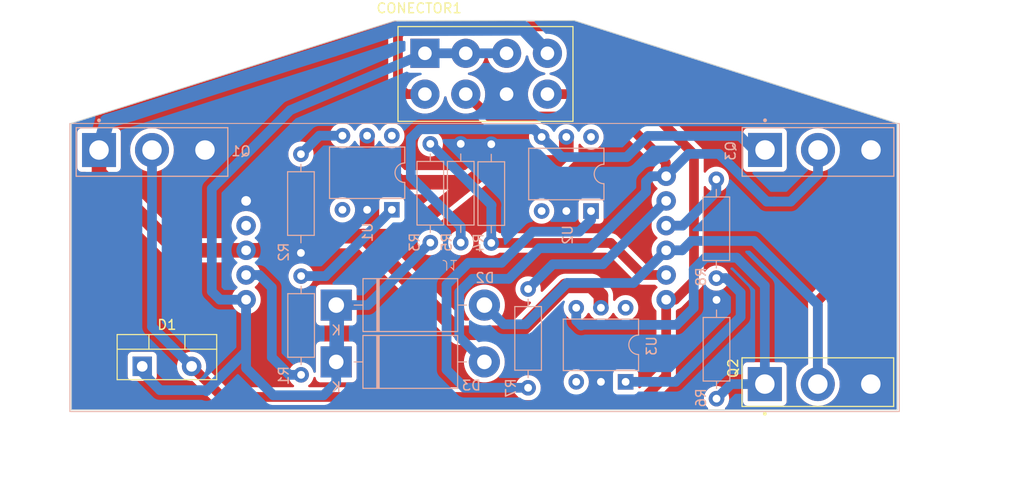
<source format=kicad_pcb>
(kicad_pcb (version 20221018) (generator pcbnew)
  (layers (0 "F.Cu" signal) (31 "B.Cu" signal) (34 "B.Paste" user) (35 "F.Paste" user) (36 "B.SilkS" user "B.Silkscreen") (37 "F.SilkS" user "F.Silkscreen") (38 "B.Mask" user) (39 "F.Mask" user) (44 "Edge.Cuts" user))
  (net 0 "")
  (net 7 "CAP1+")
  (net 8 "SOLENOIDE1_2")
  (net 9 "PWM_carregamento")
  (net 10 "18V")
  (net 12 "ADC_Chute")
  (net 13 "DISPARO NORMAL")
  (net 14 "DISPARO CHIP KICK")
  (net 15 "SOLENOIDE2_2")
  (net 16 "Net-(Q2-Pad1)")
  (net 17 "Net-(Q3-Pad1)")
  (net 18 "Net-(R2-Pad2)")
  (net 19 "Net-(R7-Pad2)")
  (net 20 "INDUTOR1_2")
  (net 21 "GND")
  (net 22 "Net-(R1-Pad2)")
  (net 23 "Net-(R8-Pad2)")
  (footprint "Package_TO_SOT_THT:TO-220-2_Vertical" (layer "F.Cu") (at 134.545 108.775)
    (fp_text reference "D1" (at 2.54 -4.27) (layer "F.SilkS"))
    (fp_text value "BYV79-200")
    (fp_line (start -2.58 -3.27) (end -2.58 1.371) (stroke (width 0.12)) (layer "F.SilkS"))
    (fp_line (start -2.58 -3.27) (end 7.66 -3.27) (stroke (width 0.12)) (layer "F.SilkS"))
    (fp_line (start -2.58 -1.76) (end 7.66 -1.76) (stroke (width 0.12)) (layer "F.SilkS"))
    (fp_line (start -2.58 1.371) (end 7.66 1.371) (stroke (width 0.12)) (layer "F.SilkS"))
    (fp_line (start 0.69 -3.27) (end 0.69 -1.76) (stroke (width 0.12)) (layer "F.SilkS"))
    (fp_line (start 4.391 -3.27) (end 4.391 -1.76) (stroke (width 0.12)) (layer "F.SilkS"))
    (fp_line (start 7.66 -3.27) (end 7.66 1.371) (stroke (width 0.12)) (layer "F.SilkS"))
    (pad "1" thru_hole rect (at 0 0) (size 2 2) (drill 1.1) (layers "*.Cu" "*.Mask") (net 7 "CAP1+"))
    (pad "2" thru_hole oval (at 5.08 0) (size 2 2) (drill 1.1) (layers "*.Cu" "*.Mask") (net 20 "INDUTOR1_2"))
  )
  (footprint "Maraca:TE_1586037-8b" (layer "F.Cu") (at 163.625 76.575)
    (fp_text reference "CONECTOR1" (at -0.595 -4.635) (layer "F.SilkS"))
    (fp_text value "CONECTOR1")
    (fp_line (start -2.77 7) (end -2.77 -2.75) (stroke (width 0.127)) (layer "F.SilkS"))
    (fp_line (start 15.23 -2.75) (end -2.77 -2.75) (stroke (width 0.127)) (layer "F.SilkS"))
    (fp_line (start 15.23 -2.75) (end 15.23 7) (stroke (width 0.127)) (layer "F.SilkS"))
    (fp_line (start 15.23 7) (end -2.77 7) (stroke (width 0.127)) (layer "F.SilkS"))
    (pad "1" thru_hole rect (at 0 0) (size 3 3) (drill 1.4) (layers "*.Cu" "*.Mask") (net 7 "CAP1+"))
    (pad "2" thru_hole circle (at 4.2 0) (size 3 3) (drill 1.4) (layers "*.Cu" "*.Mask") (net 7 "CAP1+"))
    (pad "3" thru_hole circle (at 8.4 0) (size 3 3) (drill 1.4) (layers "*.Cu" "*.Mask") (net 7 "CAP1+"))
    (pad "4" thru_hole circle (at 12.6 0) (size 3 3) (drill 1.4) (layers "*.Cu" "*.Mask") (net 10 "18V"))
    (pad "5" thru_hole circle (at 0 4.2) (size 3 3) (drill 1.4) (layers "*.Cu" "*.Mask") (net 8 "SOLENOIDE1_2"))
    (pad "6" thru_hole circle (at 4.2 4.2) (size 3 3) (drill 1.4) (layers "*.Cu" "*.Mask") (net 15 "SOLENOIDE2_2"))
    (pad "7" thru_hole circle (at 8.4 4.2) (size 3 3) (drill 1.4) (layers "*.Cu" "*.Mask") (net 21 "GND"))
    (pad "8" thru_hole circle (at 12.6 4.2) (size 3 3) (drill 1.4) (layers "*.Cu" "*.Mask") (net 20 "INDUTOR1_2"))
  )
  (footprint "Maraca:TO545P1560X500X2460-3 90d" (layer "F.Cu") (at 204.04 110.6)
    (fp_text reference "Q2" (at -8.714 -1.634 90) (layer "F.SilkS"))
    (fp_text value "IRFP260N")
    (fp_line (start -7.8 -2.7) (end 7.8 -2.7) (stroke (width 0.127)) (layer "F.SilkS"))
    (fp_line (start -7.8 2.3) (end -7.8 -2.7) (stroke (width 0.127)) (layer "F.SilkS"))
    (fp_line (start 7.8 -2.7) (end 7.8 2.3) (stroke (width 0.127)) (layer "F.SilkS"))
    (fp_line (start 7.8 2.3) (end -7.8 2.3) (stroke (width 0.127)) (layer "F.SilkS"))
    (fp_circle (center -5.45 3.05) (end -5.35 3.05) (stroke (width 0.2)) (fill none) (layer "F.SilkS"))
    (pad "1" thru_hole rect (at -5.45 0) (size 3.5 3.5) (drill 2) (layers "*.Cu" "*.Mask") (net 16 "Net-(Q2-Pad1)"))
    (pad "2" thru_hole circle (at 0 0) (size 3.5 3.5) (drill 2) (layers "*.Cu" "*.Mask") (net 8 "SOLENOIDE1_2"))
    (pad "3" thru_hole circle (at 5.45 0) (size 3.5 3.5) (drill 2) (layers "*.Cu" "*.Mask") (net 21 "GND"))
  )
  (footprint "Resistor_THT:R_Axial_DIN0207_L6.3mm_D2.5mm_P10.16mm_Horizontal" (layer "B.Cu") (at 150.89 109.65 90)
    (fp_text reference "R1" (at -0.078 -1.792 90) (layer "B.SilkS") (effects (justify mirror)))
    (fp_text value "220")
    (fp_line (start 1.04 0) (end 1.81 0) (stroke (width 0.12)) (layer "B.SilkS"))
    (fp_line (start 1.81 -1.37) (end 8.35 -1.37) (stroke (width 0.12)) (layer "B.SilkS"))
    (fp_line (start 1.81 1.37) (end 1.81 -1.37) (stroke (width 0.12)) (layer "B.SilkS"))
    (fp_line (start 8.35 -1.37) (end 8.35 1.37) (stroke (width 0.12)) (layer "B.SilkS"))
    (fp_line (start 8.35 1.37) (end 1.81 1.37) (stroke (width 0.12)) (layer "B.SilkS"))
    (fp_line (start 9.12 0) (end 8.35 0) (stroke (width 0.12)) (layer "B.SilkS"))
    (pad "1" thru_hole circle (at 0 0 90) (size 1.6 1.6) (drill 0.8) (layers "*.Cu" "*.Mask") (net 9 "PWM_carregamento"))
    (pad "2" thru_hole oval (at 10.16 0 90) (size 1.6 1.6) (drill 0.8) (layers "*.Cu" "*.Mask") (net 22 "Net-(R1-Pad2)"))
  )
  (footprint "Package_DIP:DIP-6_W7.62mm" (layer "B.Cu") (at 180.71 92.8 90)
    (fp_text reference "U2" (at -2.45 -2.402 90) (layer "B.SilkS") (effects (justify mirror)))
    (fp_text value "OPTO DISPARO KICK")
    (fp_line (start 1.16 -6.41) (end 6.46 -6.41) (stroke (width 0.12)) (layer "B.SilkS"))
    (fp_line (start 1.16 1.33) (end 1.16 -6.41) (stroke (width 0.12)) (layer "B.SilkS"))
    (fp_line (start 2.81 1.33) (end 1.16 1.33) (stroke (width 0.12)) (layer "B.SilkS"))
    (fp_line (start 6.46 -6.41) (end 6.46 1.33) (stroke (width 0.12)) (layer "B.SilkS"))
    (fp_line (start 6.46 1.33) (end 4.81 1.33) (stroke (width 0.12)) (layer "B.SilkS"))
    (fp_arc (start 2.81 1.33) (mid 3.81 0.33) (end 4.81 1.33) (stroke (width 0.12)) (layer "B.SilkS"))
    (pad "1" thru_hole rect (at 0 0 90) (size 1.6 1.6) (drill 0.8) (layers "*.Cu" "*.Mask") (net 19 "Net-(R7-Pad2)"))
    (pad "2" thru_hole oval (at 0 -2.54 90) (size 1.6 1.6) (drill 0.8) (layers "*.Cu" "*.Mask") (net 21 "GND"))
    (pad "3" thru_hole oval (at 0 -5.08 90) (size 1.6 1.6) (drill 0.8) (layers "*.Cu" "*.Mask"))
    (pad "4" thru_hole oval (at 7.62 -5.08 90) (size 1.6 1.6) (drill 0.8) (layers "*.Cu" "*.Mask") (net 17 "Net-(Q3-Pad1)"))
    (pad "5" thru_hole oval (at 7.62 -2.54 90) (size 1.6 1.6) (drill 0.8) (layers "*.Cu" "*.Mask") (net 10 "18V"))
    (pad "6" thru_hole oval (at 7.62 0 90) (size 1.6 1.6) (drill 0.8) (layers "*.Cu" "*.Mask"))
  )
  (footprint "Resistor_THT:R_Axial_DIN0207_L6.3mm_D2.5mm_P10.16mm_Horizontal" (layer "B.Cu") (at 193.6 89.54 -90)
    (fp_text reference "R8" (at 10.028 1.576 90) (layer "B.SilkS") (effects (justify mirror)))
    (fp_text value "220")
    (fp_line (start 1.04 0) (end 1.81 0) (stroke (width 0.12)) (layer "B.SilkS"))
    (fp_line (start 1.81 -1.37) (end 8.35 -1.37) (stroke (width 0.12)) (layer "B.SilkS"))
    (fp_line (start 1.81 1.37) (end 1.81 -1.37) (stroke (width 0.12)) (layer "B.SilkS"))
    (fp_line (start 8.35 -1.37) (end 8.35 1.37) (stroke (width 0.12)) (layer "B.SilkS"))
    (fp_line (start 8.35 1.37) (end 1.81 1.37) (stroke (width 0.12)) (layer "B.SilkS"))
    (fp_line (start 9.12 0) (end 8.35 0) (stroke (width 0.12)) (layer "B.SilkS"))
    (pad "1" thru_hole circle (at 0 0 270) (size 1.6 1.6) (drill 0.8) (layers "*.Cu" "*.Mask") (net 13 "DISPARO NORMAL"))
    (pad "2" thru_hole oval (at 10.16 0 270) (size 1.6 1.6) (drill 0.8) (layers "*.Cu" "*.Mask") (net 23 "Net-(R8-Pad2)"))
  )
  (footprint "Resistor_THT:R_Axial_DIN0207_L6.3mm_D2.5mm_P10.16mm_Horizontal" (layer "B.Cu") (at 174.24 100.82 -90)
    (fp_text reference "R7" (at 10.178 1.774 90) (layer "B.SilkS") (effects (justify mirror)))
    (fp_text value "220")
    (fp_line (start 1.04 0) (end 1.81 0) (stroke (width 0.12)) (layer "B.SilkS"))
    (fp_line (start 1.81 -1.37) (end 8.35 -1.37) (stroke (width 0.12)) (layer "B.SilkS"))
    (fp_line (start 1.81 1.37) (end 1.81 -1.37) (stroke (width 0.12)) (layer "B.SilkS"))
    (fp_line (start 8.35 -1.37) (end 8.35 1.37) (stroke (width 0.12)) (layer "B.SilkS"))
    (fp_line (start 8.35 1.37) (end 1.81 1.37) (stroke (width 0.12)) (layer "B.SilkS"))
    (fp_line (start 9.12 0) (end 8.35 0) (stroke (width 0.12)) (layer "B.SilkS"))
    (pad "1" thru_hole circle (at 0 0 270) (size 1.6 1.6) (drill 0.8) (layers "*.Cu" "*.Mask") (net 14 "DISPARO CHIP KICK"))
    (pad "2" thru_hole oval (at 10.16 0 270) (size 1.6 1.6) (drill 0.8) (layers "*.Cu" "*.Mask") (net 19 "Net-(R7-Pad2)"))
  )
  (footprint "Resistor_THT:R_Axial_DIN0207_L6.3mm_D2.5mm_P10.16mm_Horizontal" (layer "B.Cu") (at 170.45 96.085 90)
    (fp_text reference "R4" (at 0.018 -1.316 90) (layer "B.SilkS") (effects (justify mirror)))
    (fp_text value "27k")
    (fp_line (start 1.04 0) (end 1.81 0) (stroke (width 0.12)) (layer "B.SilkS"))
    (fp_line (start 1.81 -1.37) (end 8.35 -1.37) (stroke (width 0.12)) (layer "B.SilkS"))
    (fp_line (start 1.81 1.37) (end 1.81 -1.37) (stroke (width 0.12)) (layer "B.SilkS"))
    (fp_line (start 8.35 -1.37) (end 8.35 1.37) (stroke (width 0.12)) (layer "B.SilkS"))
    (fp_line (start 8.35 1.37) (end 1.81 1.37) (stroke (width 0.12)) (layer "B.SilkS"))
    (fp_line (start 9.12 0) (end 8.35 0) (stroke (width 0.12)) (layer "B.SilkS"))
    (pad "1" thru_hole circle (at 0 0 90) (size 1.6 1.6) (drill 0.8) (layers "*.Cu" "*.Mask") (net 12 "ADC_Chute"))
    (pad "2" thru_hole oval (at 10.16 0 90) (size 1.6 1.6) (drill 0.8) (layers "*.Cu" "*.Mask") (net 21 "GND"))
  )
  (footprint "Diode_THT:D_DO-201AD_P15.24mm_Horizontal" (layer "B.Cu") (at 154.505 102.475)
    (fp_text reference "D2" (at 15.295 -2.8) (layer "B.SilkS") (effects (justify mirror)))
    (fp_text value "1N5408")
    (fp_text user "K" (at 0 2.6) (layer "B.SilkS") (effects (justify mirror)))
    (fp_line (start 1.84 0) (end 2.75 0) (stroke (width 0.12)) (layer "B.SilkS"))
    (fp_line (start 2.75 -2.72) (end 12.49 -2.72) (stroke (width 0.12)) (layer "B.SilkS"))
    (fp_line (start 2.75 2.72) (end 2.75 -2.72) (stroke (width 0.12)) (layer "B.SilkS"))
    (fp_line (start 4.175 2.72) (end 4.175 -2.72) (stroke (width 0.12)) (layer "B.SilkS"))
    (fp_line (start 4.295 2.72) (end 4.295 -2.72) (stroke (width 0.12)) (layer "B.SilkS"))
    (fp_line (start 4.415 2.72) (end 4.415 -2.72) (stroke (width 0.12)) (layer "B.SilkS"))
    (fp_line (start 12.49 -2.72) (end 12.49 2.72) (stroke (width 0.12)) (layer "B.SilkS"))
    (fp_line (start 12.49 2.72) (end 2.75 2.72) (stroke (width 0.12)) (layer "B.SilkS"))
    (fp_line (start 13.4 0) (end 12.49 0) (stroke (width 0.12)) (layer "B.SilkS"))
    (pad "1" thru_hole rect (at 0 0) (size 3.2 3.2) (drill 1.6) (layers "*.Cu" "*.Mask") (net 7 "CAP1+"))
    (pad "2" thru_hole oval (at 15.24 0) (size 3.2 3.2) (drill 1.6) (layers "*.Cu" "*.Mask") (net 8 "SOLENOIDE1_2"))
  )
  (footprint "Resistor_THT:R_Axial_DIN0207_L6.3mm_D2.5mm_P10.16mm_Horizontal" (layer "B.Cu") (at 167.31 96.05 90)
    (fp_text reference "R5" (at 0.038 -1.448 90) (layer "B.SilkS") (effects (justify mirror)))
    (fp_text value "10k")
    (fp_line (start 1.04 0) (end 1.81 0) (stroke (width 0.12)) (layer "B.SilkS"))
    (fp_line (start 1.81 -1.37) (end 8.35 -1.37) (stroke (width 0.12)) (layer "B.SilkS"))
    (fp_line (start 1.81 1.37) (end 1.81 -1.37) (stroke (width 0.12)) (layer "B.SilkS"))
    (fp_line (start 8.35 -1.37) (end 8.35 1.37) (stroke (width 0.12)) (layer "B.SilkS"))
    (fp_line (start 8.35 1.37) (end 1.81 1.37) (stroke (width 0.12)) (layer "B.SilkS"))
    (fp_line (start 9.12 0) (end 8.35 0) (stroke (width 0.12)) (layer "B.SilkS"))
    (pad "1" thru_hole circle (at 0 0 90) (size 1.6 1.6) (drill 0.8) (layers "*.Cu" "*.Mask") (net 17 "Net-(Q3-Pad1)"))
    (pad "2" thru_hole oval (at 10.16 0 90) (size 1.6 1.6) (drill 0.8) (layers "*.Cu" "*.Mask") (net 21 "GND"))
  )
  (footprint "Maraca:TO545P1560X500X2460-3 90d" (layer "B.Cu") (at 135.55 86.525)
    (fp_text reference "Q1" (at 9.156 0.124) (layer "B.SilkS") (effects (justify mirror)))
    (fp_text value "IRFP260N")
    (fp_line (start -7.8 -2.3) (end -7.8 2.7) (stroke (width 0.127)) (layer "B.SilkS"))
    (fp_line (start -7.8 2.7) (end 7.8 2.7) (stroke (width 0.127)) (layer "B.SilkS"))
    (fp_line (start 7.8 -2.3) (end -7.8 -2.3) (stroke (width 0.127)) (layer "B.SilkS"))
    (fp_line (start 7.8 2.7) (end 7.8 -2.3) (stroke (width 0.127)) (layer "B.SilkS"))
    (fp_circle (center -5.45 -3.05) (end -5.35 -3.05) (stroke (width 0.2)) (fill none) (layer "B.SilkS"))
    (pad "1" thru_hole rect (at -5.45 0) (size 3.5 3.5) (drill 2) (layers "*.Cu" "*.Mask") (net 10 "18V"))
    (pad "2" thru_hole circle (at 0 0) (size 3.5 3.5) (drill 2) (layers "*.Cu" "*.Mask") (net 20 "INDUTOR1_2"))
    (pad "3" thru_hole circle (at 5.45 0) (size 3.5 3.5) (drill 2) (layers "*.Cu" "*.Mask") (net 21 "GND"))
  )
  (footprint "Maraca:TO545P1560X500X2460-3 90d" (layer "B.Cu") (at 204.06 86.5175)
    (fp_text reference "Q3" (at -8.988 0.0965 90) (layer "B.SilkS") (effects (justify mirror)))
    (fp_text value "IRFP260N")
    (fp_line (start -7.8 -2.3) (end -7.8 2.7) (stroke (width 0.127)) (layer "B.SilkS"))
    (fp_line (start -7.8 2.7) (end 7.8 2.7) (stroke (width 0.127)) (layer "B.SilkS"))
    (fp_line (start 7.8 -2.3) (end -7.8 -2.3) (stroke (width 0.127)) (layer "B.SilkS"))
    (fp_line (start 7.8 2.7) (end 7.8 -2.3) (stroke (width 0.127)) (layer "B.SilkS"))
    (fp_circle (center -5.45 -3.05) (end -5.35 -3.05) (stroke (width 0.2)) (fill none) (layer "B.SilkS"))
    (pad "1" thru_hole rect (at -5.45 0) (size 3.5 3.5) (drill 2) (layers "*.Cu" "*.Mask") (net 17 "Net-(Q3-Pad1)"))
    (pad "2" thru_hole circle (at 0 0) (size 3.5 3.5) (drill 2) (layers "*.Cu" "*.Mask") (net 15 "SOLENOIDE2_2"))
    (pad "3" thru_hole circle (at 5.45 0 358) (size 3.5 3.5) (drill 2) (layers "*.Cu" "*.Mask") (net 21 "GND"))
  )
  (footprint "Package_DIP:DIP-6_W7.62mm" (layer "B.Cu") (at 184.27 110.37 90)
    (fp_text reference "U3" (at 3.69 2.674 90) (layer "B.SilkS") (effects (justify mirror)))
    (fp_text value "OPTO DISPARO")
    (fp_line (start 1.16 -6.41) (end 6.46 -6.41) (stroke (width 0.12)) (layer "B.SilkS"))
    (fp_line (start 1.16 1.33) (end 1.16 -6.41) (stroke (width 0.12)) (layer "B.SilkS"))
    (fp_line (start 2.81 1.33) (end 1.16 1.33) (stroke (width 0.12)) (layer "B.SilkS"))
    (fp_line (start 6.46 -6.41) (end 6.46 1.33) (stroke (width 0.12)) (layer "B.SilkS"))
    (fp_line (start 6.46 1.33) (end 4.81 1.33) (stroke (width 0.12)) (layer "B.SilkS"))
    (fp_arc (start 2.81 1.33) (mid 3.81 0.33) (end 4.81 1.33) (stroke (width 0.12)) (layer "B.SilkS"))
    (pad "1" thru_hole rect (at 0 0 90) (size 1.6 1.6) (drill 0.8) (layers "*.Cu" "*.Mask") (net 23 "Net-(R8-Pad2)"))
    (pad "2" thru_hole oval (at 0 -2.54 90) (size 1.6 1.6) (drill 0.8) (layers "*.Cu" "*.Mask") (net 21 "GND"))
    (pad "3" thru_hole oval (at 0 -5.08 90) (size 1.6 1.6) (drill 0.8) (layers "*.Cu" "*.Mask"))
    (pad "4" thru_hole oval (at 7.62 -5.08 90) (size 1.6 1.6) (drill 0.8) (layers "*.Cu" "*.Mask") (net 16 "Net-(Q2-Pad1)"))
    (pad "5" thru_hole oval (at 7.62 -2.54 90) (size 1.6 1.6) (drill 0.8) (layers "*.Cu" "*.Mask") (net 10 "18V"))
    (pad "6" thru_hole oval (at 7.62 0 90) (size 1.6 1.6) (drill 0.8) (layers "*.Cu" "*.Mask"))
  )
  (footprint "Package_DIP:DIP-6_W7.62mm" (layer "B.Cu") (at 160.22 92.67 90)
    (fp_text reference "U1" (at -2.326 -2.486 90) (layer "B.SilkS") (effects (justify mirror)))
    (fp_text value "OPTO PWM")
    (fp_line (start 1.16 -6.41) (end 6.46 -6.41) (stroke (width 0.12)) (layer "B.SilkS"))
    (fp_line (start 1.16 1.33) (end 1.16 -6.41) (stroke (width 0.12)) (layer "B.SilkS"))
    (fp_line (start 2.81 1.33) (end 1.16 1.33) (stroke (width 0.12)) (layer "B.SilkS"))
    (fp_line (start 6.46 -6.41) (end 6.46 1.33) (stroke (width 0.12)) (layer "B.SilkS"))
    (fp_line (start 6.46 1.33) (end 4.81 1.33) (stroke (width 0.12)) (layer "B.SilkS"))
    (fp_arc (start 2.81 1.33) (mid 3.81 0.33) (end 4.81 1.33) (stroke (width 0.12)) (layer "B.SilkS"))
    (pad "1" thru_hole rect (at 0 0 90) (size 1.6 1.6) (drill 0.8) (layers "*.Cu" "*.Mask") (net 22 "Net-(R1-Pad2)"))
    (pad "2" thru_hole oval (at 0 -2.54 90) (size 1.6 1.6) (drill 0.8) (layers "*.Cu" "*.Mask") (net 21 "GND"))
    (pad "3" thru_hole oval (at 0 -5.08 90) (size 1.6 1.6) (drill 0.8) (layers "*.Cu" "*.Mask"))
    (pad "4" thru_hole oval (at 7.62 -5.08 90) (size 1.6 1.6) (drill 0.8) (layers "*.Cu" "*.Mask") (net 18 "Net-(R2-Pad2)"))
    (pad "5" thru_hole oval (at 7.62 -2.54 90) (size 1.6 1.6) (drill 0.8) (layers "*.Cu" "*.Mask") (net 10 "18V"))
    (pad "6" thru_hole oval (at 7.62 0 90) (size 1.6 1.6) (drill 0.8) (layers "*.Cu" "*.Mask"))
  )
  (footprint "Resistor_THT:R_Axial_DIN0207_L6.3mm_D2.5mm_P10.16mm_Horizontal" (layer "B.Cu") (at 150.87 97.11 90)
    (fp_text reference "R2" (at 0.082 -1.772 90) (layer "B.SilkS") (effects (justify mirror)))
    (fp_text value "10k")
    (fp_line (start 1.04 0) (end 1.81 0) (stroke (width 0.12)) (layer "B.SilkS"))
    (fp_line (start 1.81 -1.37) (end 8.35 -1.37) (stroke (width 0.12)) (layer "B.SilkS"))
    (fp_line (start 1.81 1.37) (end 1.81 -1.37) (stroke (width 0.12)) (layer "B.SilkS"))
    (fp_line (start 8.35 -1.37) (end 8.35 1.37) (stroke (width 0.12)) (layer "B.SilkS"))
    (fp_line (start 8.35 1.37) (end 1.81 1.37) (stroke (width 0.12)) (layer "B.SilkS"))
    (fp_line (start 9.12 0) (end 8.35 0) (stroke (width 0.12)) (layer "B.SilkS"))
    (pad "1" thru_hole circle (at 0 0 90) (size 1.6 1.6) (drill 0.8) (layers "*.Cu" "*.Mask") (net 21 "GND"))
    (pad "2" thru_hole oval (at 10.16 0 90) (size 1.6 1.6) (drill 0.8) (layers "*.Cu" "*.Mask") (net 18 "Net-(R2-Pad2)"))
  )
  (footprint "Maraca:Conn_2x11_Maraca_Chute" (layer "B.Cu") (at 166.89 96.88)
    (fp_text reference "J1" (at -0.69 1.46 180 unlocked) (layer "B.SilkS") (effects (font (thickness 0.1)) (justify mirror)))
    (fp_text value "Conn_02x11_Pin_Maraca")
    (fp_rect (start -39.79 16.55) (end 45.53 -13.09) (stroke (width 0.1)) (fill none) (layer "B.SilkS"))
    (pad "1" thru_hole circle (at -21.66 5.04) (size 2 2) (drill 1) (layers "*.Cu" "*.Mask") (net 7 "CAP1+"))
    (pad "2" thru_hole circle (at -21.66 2.5) (size 2 2) (drill 1) (layers "*.Cu" "*.Mask") (net 9 "PWM_carregamento"))
    (pad "3" thru_hole circle (at -21.66 -0.04) (size 2 2) (drill 1) (layers "*.Cu" "*.Mask") (net 10 "18V"))
    (pad "4" thru_hole circle (at -21.66 -2.58) (size 2 2) (drill 1) (layers "*.Cu" "*.Mask"))
    (pad "5" thru_hole circle (at -21.66 -5.12) (size 2 2) (drill 1) (layers "*.Cu" "*.Mask") (net 21 "GND"))
    (pad "6" thru_hole circle (at 21.55 5.04) (size 2 2) (drill 1) (layers "*.Cu" "*.Mask") (net 20 "INDUTOR1_2"))
    (pad "7" thru_hole circle (at 21.55 2.5) (size 2 2) (drill 1) (layers "*.Cu" "*.Mask") (net 12 "ADC_Chute"))
    (pad "8" thru_hole circle (at 21.55 -0.04) (size 2 2) (drill 1) (layers "*.Cu" "*.Mask") (net 8 "SOLENOIDE1_2"))
    (pad "9" thru_hole circle (at 21.55 -2.58) (size 2 2) (drill 1) (layers "*.Cu" "*.Mask") (net 13 "DISPARO NORMAL"))
    (pad "10" thru_hole circle (at 21.55 -5.12) (size 2 2) (drill 1) (layers "*.Cu" "*.Mask") (net 14 "DISPARO CHIP KICK"))
    (pad "11" thru_hole circle (at 21.55 -7.66) (size 2 2) (drill 1) (layers "*.Cu" "*.Mask") (net 15 "SOLENOIDE2_2"))
  )
  (footprint "Diode_THT:D_DO-201AD_P15.24mm_Horizontal" (layer "B.Cu") (at 154.5 108.32)
    (fp_text reference "D3" (at 13.902 2.424) (layer "B.SilkS") (effects (justify mirror)))
    (fp_text value "1N5408")
    (fp_text user "K" (at 0 2.6) (layer "B.SilkS") (effects (justify mirror)))
    (fp_line (start 1.84 0) (end 2.75 0) (stroke (width 0.12)) (layer "B.SilkS"))
    (fp_line (start 2.75 -2.72) (end 12.49 -2.72) (stroke (width 0.12)) (layer "B.SilkS"))
    (fp_line (start 2.75 2.72) (end 2.75 -2.72) (stroke (width 0.12)) (layer "B.SilkS"))
    (fp_line (start 4.175 2.72) (end 4.175 -2.72) (stroke (width 0.12)) (layer "B.SilkS"))
    (fp_line (start 4.295 2.72) (end 4.295 -2.72) (stroke (width 0.12)) (layer "B.SilkS"))
    (fp_line (start 4.415 2.72) (end 4.415 -2.72) (stroke (width 0.12)) (layer "B.SilkS"))
    (fp_line (start 12.49 -2.72) (end 12.49 2.72) (stroke (width 0.12)) (layer "B.SilkS"))
    (fp_line (start 12.49 2.72) (end 2.75 2.72) (stroke (width 0.12)) (layer "B.SilkS"))
    (fp_line (start 13.4 0) (end 12.49 0) (stroke (width 0.12)) (layer "B.SilkS"))
    (pad "1" thru_hole rect (at 0 0) (size 3.2 3.2) (drill 1.5) (layers "*.Cu" "*.Mask") (net 7 "CAP1+"))
    (pad "2" thru_hole oval (at 15.24 0) (size 3.2 3.2) (drill 1.5) (layers "*.Cu" "*.Mask") (net 15 "SOLENOIDE2_2"))
  )
  (footprint "Resistor_THT:R_Axial_DIN0207_L6.3mm_D2.5mm_P10.16mm_Horizontal" (layer "B.Cu") (at 193.62 112.1 90)
    (fp_text reference "R6" (at 0.086 -1.596 90) (layer "B.SilkS") (effects (justify mirror)))
    (fp_text value "10k")
    (fp_line (start 1.04 0) (end 1.81 0) (stroke (width 0.12)) (layer "B.SilkS"))
    (fp_line (start 1.81 -1.37) (end 8.35 -1.37) (stroke (width 0.12)) (layer "B.SilkS"))
    (fp_line (start 1.81 1.37) (end 1.81 -1.37) (stroke (width 0.12)) (layer "B.SilkS"))
    (fp_line (start 8.35 -1.37) (end 8.35 1.37) (stroke (width 0.12)) (layer "B.SilkS"))
    (fp_line (start 8.35 1.37) (end 1.81 1.37) (stroke (width 0.12)) (layer "B.SilkS"))
    (fp_line (start 9.12 0) (end 8.35 0) (stroke (width 0.12)) (layer "B.SilkS"))
    (pad "1" thru_hole circle (at 0 0 90) (size 1.6 1.6) (drill 0.8) (layers "*.Cu" "*.Mask") (net 16 "Net-(Q2-Pad1)"))
    (pad "2" thru_hole oval (at 10.16 0 90) (size 1.6 1.6) (drill 0.8) (layers "*.Cu" "*.Mask") (net 21 "GND"))
  )
  (footprint "Resistor_THT:R_Axial_DIN0207_L6.3mm_D2.5mm_P10.16mm_Horizontal" (layer "B.Cu") (at 164.18 96.05 90)
    (fp_text reference "R3" (at 0.038 -1.62 90) (layer "B.SilkS") (effects (justify mirror)))
    (fp_text value "2.2M")
    (fp_line (start 1.04 0) (end 1.81 0) (stroke (width 0.12)) (layer "B.SilkS"))
    (fp_line (start 1.81 -1.37) (end 8.35 -1.37) (stroke (width 0.12)) (layer "B.SilkS"))
    (fp_line (start 1.81 1.37) (end 1.81 -1.37) (stroke (width 0.12)) (layer "B.SilkS"))
    (fp_line (start 8.35 -1.37) (end 8.35 1.37) (stroke (width 0.12)) (layer "B.SilkS"))
    (fp_line (start 8.35 1.37) (end 1.81 1.37) (stroke (width 0.12)) (layer "B.SilkS"))
    (fp_line (start 9.12 0) (end 8.35 0) (stroke (width 0.12)) (layer "B.SilkS"))
    (pad "1" thru_hole circle (at 0 0 90) (size 1.6 1.6) (drill 0.8) (layers "*.Cu" "*.Mask") (net 7 "CAP1+"))
    (pad "2" thru_hole oval (at 10.16 0 90) (size 1.6 1.6) (drill 0.8) (layers "*.Cu" "*.Mask") (net 12 "ADC_Chute"))
  )
  (gr_line (start 179 73.2) (end 212.2 83.775) (stroke (width 0.1)) (layer "Edge.Cuts"))
  (gr_line (start 212.2 113.25) (end 127.25 113.25) (stroke (width 0.1)) (layer "Edge.Cuts"))
  (gr_line (start 127.25 113.25) (end 127.25 83.775) (stroke (width 0.1)) (layer "Edge.Cuts"))
  (gr_line (start 160.5 73.225) (end 127.25 83.775) (stroke (width 0.1)) (layer "Edge.Cuts"))
  (gr_line (start 212.2 83.775) (end 212.2 113.25) (stroke (width 0.1)) (layer "Edge.Cuts"))
  (gr_line (start 179 73.2) (end 160.5 73.225) (stroke (width 0.1)) (layer "Edge.Cuts"))
  (segment (start 163.625 76.575) (end 149.775 82.425) (width 1) (layer "B.Cu") (net 7))
  (segment (start 141.15 111.325) (end 145.23 107.245) (width 1) (layer "B.Cu") (net 7))
  (segment (start 141.05 111.225) (end 141.15 111.325) (width 1) (layer "B.Cu") (net 7))
  (segment (start 134.545 109.395) (end 136.375 111.225) (width 1) (layer "B.Cu") (net 7))
  (segment (start 141.7 101.075) (end 142.545 101.92) (width 1) (layer "B.Cu") (net 7))
  (segment (start 142.545 101.92) (end 145.23 101.92) (width 1) (layer "B.Cu") (net 7))
  (segment (start 172.025 76.575) (end 167.825 76.575) (width 1) (layer "B.Cu") (net 7))
  (segment (start 154.505 102.475) (end 157.755 102.475) (width 1) (layer "B.Cu") (net 7))
  (segment (start 153.2 111.75) (end 154.5 110.45) (width 1) (layer "B.Cu") (net 7))
  (segment (start 145.23 101.92) (end 145.23 108.955) (width 1) (layer "B.Cu") (net 7))
  (segment (start 141.7 90.5) (end 141.7 101.075) (width 1) (layer "B.Cu") (net 7))
  (segment (start 148.025 111.75) (end 153.2 111.75) (width 1) (layer "B.Cu") (net 7))
  (segment (start 134.545 108.775) (end 134.545 109.395) (width 1) (layer "B.Cu") (net 7))
  (segment (start 157.755 102.475) (end 164.18 96.05) (width 1) (layer "B.Cu") (net 7))
  (segment (start 145.23 107.245) (end 145.23 101.92) (width 1) (layer "B.Cu") (net 7))
  (segment (start 154.55 102.37) (end 154.55 108.27) (width 1.5) (layer "B.Cu") (net 7))
  (segment (start 136.375 111.225) (end 141.05 111.225) (width 1) (layer "B.Cu") (net 7))
  (segment (start 167.825 76.575) (end 163.625 76.575) (width 1) (layer "B.Cu") (net 7))
  (segment (start 154.5 110.45) (end 154.5 108.32) (width 1) (layer "B.Cu") (net 7))
  (segment (start 145.23 108.955) (end 148.025 111.75) (width 1) (layer "B.Cu") (net 7))
  (segment (start 149.775 82.425) (end 141.7 90.5) (width 1) (layer "B.Cu") (net 7))
  (segment (start 154.55 108.27) (end 154.5 108.32) (width 1.5) (layer "B.Cu") (net 7))
  (segment (start 187.8 76.775) (end 193.325 78.55) (width 1) (layer "F.Cu") (net 8))
  (segment (start 182.725 75.2) (end 187.8 76.775) (width 1) (layer "F.Cu") (net 8))
  (segment (start 193.325 78.55) (end 199.825 80.6) (width 1) (layer "F.Cu") (net 8))
  (segment (start 199.825 80.6) (end 203.625 81.775) (width 1) (layer "F.Cu") (net 8))
  (segment (start 163.625 80.775) (end 161.675 80.775) (width 1) (layer "F.Cu") (net 8))
  (segment (start 161.675 80.775) (end 160.85 79.95) (width 1) (layer "F.Cu") (net 8))
  (segment (start 204.04 102.035) (end 204.04 110.6) (width 1) (layer "F.Cu") (net 8))
  (segment (start 203.625 81.775) (end 206.275 82.65) (width 1) (layer "F.Cu") (net 8))
  (segment (start 161.725 73.8) (end 178.4 73.8) (width 1) (layer "F.Cu") (net 8))
  (segment (start 206.275 82.65) (end 206.825 84.65) (width 1) (layer "F.Cu") (net 8))
  (segment (start 160.85 74.675) (end 161.725 73.8) (width 1) (layer "F.Cu") (net 8))
  (segment (start 160.85 79.95) (end 160.85 74.675) (width 1) (layer "F.Cu") (net 8))
  (segment (start 178.4 73.8) (end 182.725 75.2) (width 1) (layer "F.Cu") (net 8))
  (segment (start 206.825 99.25) (end 204.04 102.035) (width 1) (layer "F.Cu") (net 8))
  (segment (start 206.825 84.65) (end 206.825 99.25) (width 1) (layer "F.Cu") (net 8))
  (segment (start 191.05 95.875) (end 197.475 95.875) (width 1) (layer "B.Cu") (net 8))
  (segment (start 204.04 102.44) (end 204.04 110.6) (width 1) (layer "B.Cu") (net 8))
  (segment (start 171.72 104.45) (end 174 104.45) (width 1) (layer "B.Cu") (net 8))
  (segment (start 174 104.45) (end 178.25 100.2) (width 1) (layer "B.Cu") (net 8))
  (segment (start 185.08 100.2) (end 188.44 96.84) (width 1) (layer "B.Cu") (net 8))
  (segment (start 190.085 96.84) (end 191.05 95.875) (width 1) (layer "B.Cu") (net 8))
  (segment (start 178.25 100.2) (end 185.08 100.2) (width 1) (layer "B.Cu") (net 8))
  (segment (start 197.475 95.875) (end 204.04 102.44) (width 1) (layer "B.Cu") (net 8))
  (segment (start 188.44 96.84) (end 190.085 96.84) (width 1) (layer "B.Cu") (net 8))
  (segment (start 169.745 102.475) (end 171.72 104.45) (width 1) (layer "B.Cu") (net 8))
  (segment (start 147.875 100.675) (end 146.58 99.38) (width 1) (layer "B.Cu") (net 9))
  (segment (start 146.58 99.38) (end 145.23 99.38) (width 1) (layer "B.Cu") (net 9))
  (segment (start 147.875 107.85) (end 147.875 100.675) (width 1) (layer "B.Cu") (net 9))
  (segment (start 150.89 109.65) (end 149.675 109.65) (width 1) (layer "B.Cu") (net 9))
  (segment (start 149.675 109.65) (end 147.875 107.85) (width 1) (layer "B.Cu") (net 9))
  (segment (start 153.885 95.385) (end 152.825 94.325) (width 1.5) (layer "F.Cu") (net 10))
  (segment (start 168.213502 89.838502) (end 161.013502 89.838502) (width 1.5) (layer "F.Cu") (net 10))
  (segment (start 181.73 102.75) (end 181.73 101.49) (width 1.5) (layer "F.Cu") (net 10))
  (segment (start 157.275 95.385) (end 153.885 95.385) (width 1.5) (layer "F.Cu") (net 10))
  (segment (start 130.1 86.525) (end 130.1 88.85) (width 1.5) (layer "F.Cu") (net 10))
  (segment (start 152.825 94.325) (end 149.25 94.325) (width 1.5) (layer "F.Cu") (net 10))
  (segment (start 167.21 105.32) (end 157.275 95.385) (width 1.5) (layer "F.Cu") (net 10))
  (segment (start 149.25 94.325) (end 148.125 95.45) (width 1.5) (layer "F.Cu") (net 10))
  (segment (start 161.345 95.385) (end 161.48 95.25) (width 1.5) (layer "F.Cu") (net 10))
  (segment (start 130.1 88.85) (end 138.09 96.84) (width 1.5) (layer "F.Cu") (net 10))
  (segment (start 157.68 86.505) (end 157.68 85.05) (width 1.5) (layer "F.Cu") (net 10))
  (segment (start 161.48 95.25) (end 168.213502 89.838502) (width 1.5) (layer "F.Cu") (net 10))
  (segment (start 161.013502 89.838502) (end 157.68 86.505) (width 1.5) (layer "F.Cu") (net 10))
  (segment (start 180.74 100.5) (end 178.09 100.5) (width 1.5) (layer "F.Cu") (net 10))
  (segment (start 170.75 87.8) (end 177.06 87.8) (width 1.5) (layer "F.Cu") (net 10))
  (segment (start 178.09 100.5) (end 173.27 105.32) (width 1.5) (layer "F.Cu") (net 10))
  (segment (start 181.73 101.49) (end 180.74 100.5) (width 1.5) (layer "F.Cu") (net 10))
  (segment (start 173.27 105.32) (end 167.21 105.32) (width 1.5) (layer "F.Cu") (net 10))
  (segment (start 178.17 86.69) (end 178.17 85.18) (width 1.5) (layer "F.Cu") (net 10))
  (segment (start 145.23 96.84) (end 146.735 96.84) (width 1.5) (layer "F.Cu") (net 10))
  (segment (start 146.735 96.84) (end 148.125 95.45) (width 1.5) (layer "F.Cu") (net 10))
  (segment (start 168.213502 89.838502) (end 170.75 87.8) (width 1.5) (layer "F.Cu") (net 10))
  (segment (start 177.06 87.8) (end 178.17 86.69) (width 1.5) (layer "F.Cu") (net 10))
  (segment (start 138.09 96.84) (end 145.23 96.84) (width 1.5) (layer "F.Cu") (net 10))
  (segment (start 157.275 95.385) (end 161.345 95.385) (width 1.5) (layer "F.Cu") (net 10))
  (segment (start 154.2 76.175) (end 150.05 77.475) (width 1.5) (layer "B.Cu") (net 10))
  (segment (start 150.05 77.475) (end 138.85 81.075) (width 1.5) (layer "B.Cu") (net 10))
  (segment (start 173.775 74) (end 160.625 74.05) (width 1.5) (layer "B.Cu") (net 10))
  (segment (start 138.85 81.075) (end 133.5 82.8) (width 1.5) (layer "B.Cu") (net 10))
  (segment (start 176.225 76.575) (end 173.775 74) (width 1.5) (layer "B.Cu") (net 10))
  (segment (start 160.625 74.05) (end 154.2 76.175) (width 1.5) (layer "B.Cu") (net 10))
  (segment (start 130.925 83.575) (end 130.1 86.525) (width 1.5) (layer "B.Cu") (net 10))
  (segment (start 133.5 82.8) (end 130.925 83.575) (width 1.5) (layer "B.Cu") (net 10))
  (segment (start 170.45 96.085) (end 182.735 96.085) (width 1) (layer "F.Cu") (net 12))
  (segment (start 186.03 99.38) (end 188.44 99.38) (width 1) (layer "F.Cu") (net 12))
  (segment (start 182.735 96.085) (end 186.03 99.38) (width 1) (layer "F.Cu") (net 12))
  (segment (start 170.45 92.22) (end 170.45 96.085) (width 1) (layer "B.Cu") (net 12))
  (segment (start 170.48 92.19) (end 164.18 85.89) (width 1) (layer "B.Cu") (net 12))
  (segment (start 170.48 92.19) (end 170.45 92.22) (width 1) (layer "B.Cu") (net 12))
  (segment (start 190.125 94.3) (end 188.44 94.3) (width 1) (layer "B.Cu") (net 13))
  (segment (start 193.6 90.825) (end 190.125 94.3) (width 1) (layer "B.Cu") (net 13))
  (segment (start 193.6 89.54) (end 193.6 90.825) (width 1) (layer "B.Cu") (net 13))
  (segment (start 174.24 100.82) (end 176.785 98.275) (width 1) (layer "B.Cu") (net 14))
  (segment (start 181.925 98.275) (end 188.44 91.76) (width 1) (layer "B.Cu") (net 14))
  (segment (start 176.785 98.275) (end 181.925 98.275) (width 1) (layer "B.Cu") (net 14))
  (segment (start 188.4 87.825) (end 188.4 89.18) (width 1) (layer "F.Cu") (net 15))
  (segment (start 188.4 89.18) (end 188.44 89.22) (width 1) (layer "F.Cu") (net 15))
  (segment (start 170.25 83.075) (end 183.65 83.075) (width 1) (layer "F.Cu") (net 15))
  (segment (start 167.825 80.775) (end 170.25 83.075) (width 1) (layer "F.Cu") (net 15))
  (segment (start 183.65 83.075) (end 188.4 87.825) (width 1) (layer "F.Cu") (net 15))
  (segment (start 175.4 96.625) (end 180.575 96.625) (width 1) (layer "B.Cu") (net 15))
  (segment (start 180.575 96.625) (end 186.3625 90.8375) (width 1) (layer "B.Cu") (net 15))
  (segment (start 190.735 86.925) (end 193.875 86.925) (width 1) (layer "B.Cu") (net 15))
  (segment (start 198.775 91.825) (end 199.575 91.825) (width 1) (layer "B.Cu") (net 15))
  (segment (start 204.06 89.015) (end 204.06 86.5175) (width 1) (layer "B.Cu") (net 15))
  (segment (start 186.905 89.22) (end 188.44 89.22) (width 1) (layer "B.Cu") (net 15))
  (segment (start 169.74 108.32) (end 167.15 105.73) (width 1) (layer "B.Cu") (net 15))
  (segment (start 167.15 105.73) (end 167.15 101.15) (width 1) (layer "B.Cu") (net 15))
  (segment (start 188.44 89.22) (end 190.735 86.925) (width 1) (layer "B.Cu") (net 15))
  (segment (start 199.575 91.825) (end 201.25 91.825) (width 1) (layer "B.Cu") (net 15))
  (segment (start 186.3625 89.7625) (end 186.905 89.22) (width 1) (layer "B.Cu") (net 15))
  (segment (start 186.3625 90.8375) (end 186.3625 89.7625) (width 1) (layer "B.Cu") (net 15))
  (segment (start 168.525 99.775) (end 172.25 99.775) (width 1) (layer "B.Cu") (net 15))
  (segment (start 193.875 86.925) (end 198.775 91.825) (width 1) (layer "B.Cu") (net 15))
  (segment (start 167.15 101.15) (end 168.525 99.775) (width 1) (layer "B.Cu") (net 15))
  (segment (start 172.25 99.775) (end 175.4 96.625) (width 1) (layer "B.Cu") (net 15))
  (segment (start 201.25 91.825) (end 204.06 89.015) (width 1) (layer "B.Cu") (net 15))
  (segment (start 179.7675 104.5075) (end 189.5175 104.5075) (width 1) (layer "B.Cu") (net 16))
  (segment (start 195.7 97.6) (end 198.59 100.49) (width 1) (layer "B.Cu") (net 16))
  (segment (start 189.5175 104.5075) (end 191.275 102.75) (width 1) (layer "B.Cu") (net 16))
  (segment (start 192.475 97.6) (end 195.7 97.6) (width 1) (layer "B.Cu") (net 16))
  (segment (start 198.59 100.49) (end 198.59 110.6) (width 1) (layer "B.Cu") (net 16))
  (segment (start 179.19 102.75) (end 179.19 104.065) (width 1) (layer "B.Cu") (net 16))
  (segment (start 191.275 102.75) (end 191.275 98.8) (width 1) (layer "B.Cu") (net 16))
  (segment (start 195.12 110.6) (end 198.59 110.6) (width 1) (layer "B.Cu") (net 16))
  (segment (start 179.19 104.065) (end 179.7 104.575) (width 1) (layer "B.Cu") (net 16))
  (segment (start 179.7 104.575) (end 179.7675 104.5075) (width 1) (layer "B.Cu") (net 16))
  (segment (start 191.275 98.8) (end 192.475 97.6) (width 1) (layer "B.Cu") (net 16))
  (segment (start 193.62 112.1) (end 195.12 110.6) (width 1) (layer "B.Cu") (net 16))
  (segment (start 184.375 87.25) (end 177.7 87.25) (width 1) (layer "B.Cu") (net 17))
  (segment (start 198.61 86.5175) (end 197.4675 86.5175) (width 1) (layer "B.Cu") (net 17))
  (segment (start 177.7 87.25) (end 175.63 85.18) (width 1) (layer "B.Cu") (net 17))
  (segment (start 163.11 84.39) (end 162.175 85.325) (width 1) (layer "B.Cu") (net 17))
  (segment (start 174.84 84.39) (end 163.11 84.39) (width 1) (layer "B.Cu") (net 17))
  (segment (start 186.55 85.075) (end 184.375 87.25) (width 1) (layer "B.Cu") (net 17))
  (segment (start 162.175 85.325) (end 162.175 89.275) (width 1) (layer "B.Cu") (net 17))
  (segment (start 162.175 89.275) (end 167.31 94.41) (width 1) (layer "B.Cu") (net 17))
  (segment (start 197.4675 86.5175) (end 196.025 85.075) (width 1) (layer "B.Cu") (net 17))
  (segment (start 196.025 85.075) (end 186.55 85.075) (width 1) (layer "B.Cu") (net 17))
  (segment (start 175.63 85.18) (end 174.84 84.39) (width 1) (layer "B.Cu") (net 17))
  (segment (start 167.31 94.41) (end 167.31 96.05) (width 1) (layer "B.Cu") (net 17))
  (segment (start 152.77 85.05) (end 150.87 86.95) (width 1) (layer "B.Cu") (net 18))
  (segment (start 155.14 85.05) (end 152.77 85.05) (width 1) (layer "B.Cu") (net 18))
  (segment (start 180.71 93.715) (end 180.1625 94.2625) (width 1) (layer "B.Cu") (net 19))
  (segment (start 165.85 102.4) (end 165.85 109.125) (width 1) (layer "B.Cu") (net 19))
  (segment (start 165.85 102.4) (end 165.85 100.375) (width 1) (layer "B.Cu") (net 19))
  (segment (start 168.1 98.125) (end 171.5 98.125) (width 1) (layer "B.Cu") (net 19))
  (segment (start 180.71 92.8) (end 180.71 93.715) (width 1) (layer "B.Cu") (net 19))
  (segment (start 167.705 110.98) (end 174.24 110.98) (width 1) (layer "B.Cu") (net 19))
  (segment (start 174.7 94.925) (end 179.5 94.925) (width 1) (layer "B.Cu") (net 19))
  (segment (start 165.85 109.125) (end 167.705 110.98) (width 1) (layer "B.Cu") (net 19))
  (segment (start 165.85 100.375) (end 168.1 98.125) (width 1) (layer "B.Cu") (net 19))
  (segment (start 179.5 94.925) (end 180.1625 94.2625) (width 1) (layer "B.Cu") (net 19))
  (segment (start 171.5 98.125) (end 174.7 94.925) (width 1) (layer "B.Cu") (net 19))
  (segment (start 180.1625 94.2625) (end 179.65 94.775) (width 1) (layer "B.Cu") (net 19))
  (segment (start 185.95 112.25) (end 188.44 109.76) (width 1) (layer "F.Cu") (net 20))
  (segment (start 172.525 111.925) (end 173.35 112.75) (width 1) (layer "F.Cu") (net 20))
  (segment (start 142.775 111.925) (end 172.525 111.925) (width 1) (layer "F.Cu") (net 20))
  (segment (start 176.075 112.25) (end 185.95 112.25) (width 1) (layer "F.Cu") (net 20))
  (segment (start 185.1 80.775) (end 176.225 80.775) (width 1) (layer "F.Cu") (net 20))
  (segment (start 189.355 101.92) (end 188.44 101.92) (width 1) (layer "F.Cu") (net 20))
  (segment (start 175.575 112.75) (end 176.075 112.25) (width 1) (layer "F.Cu") (net 20))
  (segment (start 173.35 112.75) (end 175.575 112.75) (width 1) (layer "F.Cu") (net 20))
  (segment (start 191.3 86.975) (end 185.1 80.775) (width 1) (layer "F.Cu") (net 20))
  (segment (start 188.44 109.76) (end 188.44 101.92) (width 1) (layer "F.Cu") (net 20))
  (segment (start 191.3 99.975) (end 189.355 101.92) (width 1) (layer "F.Cu") (net 20))
  (segment (start 191.3 86.975) (end 191.3 99.975) (width 1) (layer "F.Cu") (net 20))
  (segment (start 139.625 108.775) (end 142.775 111.925) (width 1) (layer "F.Cu") (net 20))
  (segment (start 139.625 108.775) (end 135.55 104.7) (width 1) (layer "B.Cu") (net 20))
  (segment (start 135.55 104.7) (end 135.55 86.525) (width 1) (layer "B.Cu") (net 20))
  (segment (start 209.49 110.6) (end 209.49 86.5375) (width 1) (layer "B.Cu") (net 21))
  (segment (start 209.49 86.5375) (end 209.51 86.5175) (width 1) (layer "B.Cu") (net 21))
  (segment (start 153.4 99.49) (end 160.22 92.67) (width 1) (layer "B.Cu") (net 22))
  (segment (start 150.89 99.49) (end 153.4 99.49) (width 1) (layer "B.Cu") (net 22))
  (segment (start 189.405 110.37) (end 184.27 110.37) (width 1) (layer "B.Cu") (net 23))
  (segment (start 193.6 99.7) (end 194.6 99.7) (width 1) (layer "B.Cu") (net 23))
  (segment (start 194.6 99.7) (end 196.1 101.2) (width 1) (layer "B.Cu") (net 23))
  (segment (start 196.1 101.2) (end 196.1 103.675) (width 1) (layer "B.Cu") (net 23))
  (segment (start 196.1 103.675) (end 189.405 110.37) (width 1) (layer "B.Cu") (net 23))
  (zone (net 21) (net_name "GND") (layers "F&B.Cu") (connect_pads yes (clearance 0.5)) (min_thickness 0.25) (fill yes (thermal_gap 0.5) (thermal_bridge_width 0.5))
    (polygon (pts (xy 119.915076 72.060787) (xy 225.255076 71.480787) (xy 225.065076 119.590787) (xy 120.8 120.675)))
  )
)
</source>
